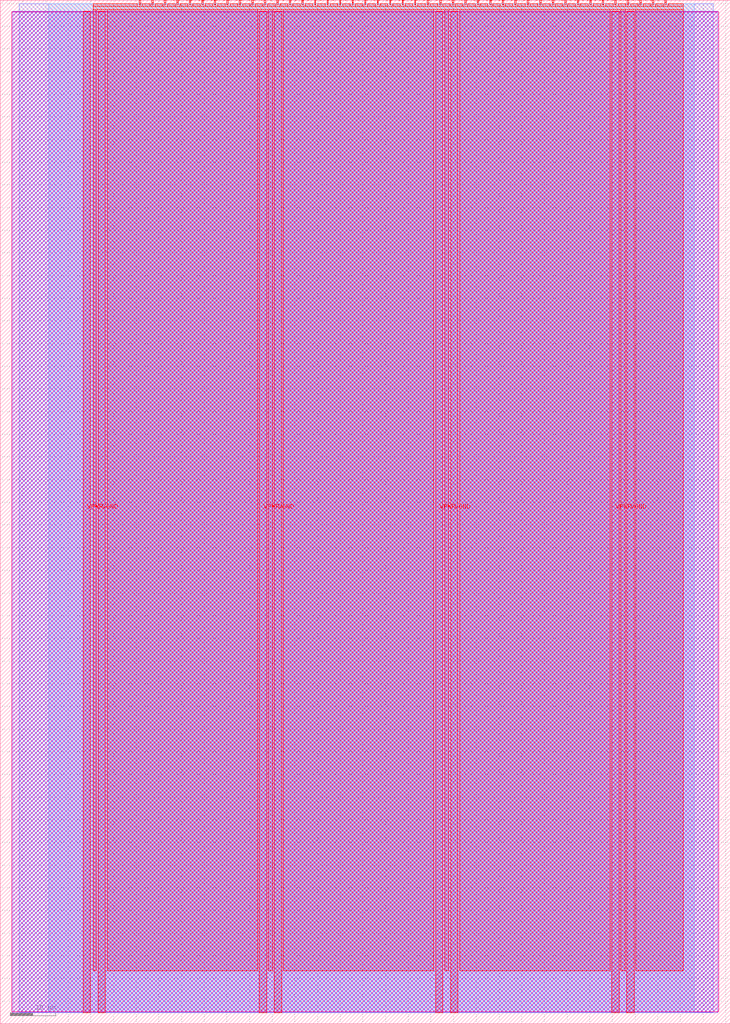
<source format=lef>
VERSION 5.7 ;
  NOWIREEXTENSIONATPIN ON ;
  DIVIDERCHAR "/" ;
  BUSBITCHARS "[]" ;
MACRO tt_um_brainfck_asic
  CLASS BLOCK ;
  FOREIGN tt_um_brainfck_asic ;
  ORIGIN 0.000 0.000 ;
  SIZE 161.000 BY 225.760 ;
  PIN VGND
    DIRECTION INOUT ;
    USE GROUND ;
    PORT
      LAYER met4 ;
        RECT 21.580 2.480 23.180 223.280 ;
    END
    PORT
      LAYER met4 ;
        RECT 60.450 2.480 62.050 223.280 ;
    END
    PORT
      LAYER met4 ;
        RECT 99.320 2.480 100.920 223.280 ;
    END
    PORT
      LAYER met4 ;
        RECT 138.190 2.480 139.790 223.280 ;
    END
  END VGND
  PIN VPWR
    DIRECTION INOUT ;
    USE POWER ;
    PORT
      LAYER met4 ;
        RECT 18.280 2.480 19.880 223.280 ;
    END
    PORT
      LAYER met4 ;
        RECT 57.150 2.480 58.750 223.280 ;
    END
    PORT
      LAYER met4 ;
        RECT 96.020 2.480 97.620 223.280 ;
    END
    PORT
      LAYER met4 ;
        RECT 134.890 2.480 136.490 223.280 ;
    END
  END VPWR
  PIN clk
    DIRECTION INPUT ;
    USE SIGNAL ;
    ANTENNAGATEAREA 0.852000 ;
    PORT
      LAYER met4 ;
        RECT 143.830 224.760 144.130 225.760 ;
    END
  END clk
  PIN ena
    DIRECTION INPUT ;
    USE SIGNAL ;
    PORT
      LAYER met4 ;
        RECT 146.590 224.760 146.890 225.760 ;
    END
  END ena
  PIN rst_n
    DIRECTION INPUT ;
    USE SIGNAL ;
    ANTENNAGATEAREA 0.196500 ;
    PORT
      LAYER met4 ;
        RECT 141.070 224.760 141.370 225.760 ;
    END
  END rst_n
  PIN ui_in[0]
    DIRECTION INPUT ;
    USE SIGNAL ;
    ANTENNAGATEAREA 0.196500 ;
    PORT
      LAYER met4 ;
        RECT 138.310 224.760 138.610 225.760 ;
    END
  END ui_in[0]
  PIN ui_in[1]
    DIRECTION INPUT ;
    USE SIGNAL ;
    ANTENNAGATEAREA 0.213000 ;
    PORT
      LAYER met4 ;
        RECT 135.550 224.760 135.850 225.760 ;
    END
  END ui_in[1]
  PIN ui_in[2]
    DIRECTION INPUT ;
    USE SIGNAL ;
    ANTENNAGATEAREA 0.196500 ;
    PORT
      LAYER met4 ;
        RECT 132.790 224.760 133.090 225.760 ;
    END
  END ui_in[2]
  PIN ui_in[3]
    DIRECTION INPUT ;
    USE SIGNAL ;
    ANTENNAGATEAREA 0.126000 ;
    PORT
      LAYER met4 ;
        RECT 130.030 224.760 130.330 225.760 ;
    END
  END ui_in[3]
  PIN ui_in[4]
    DIRECTION INPUT ;
    USE SIGNAL ;
    ANTENNAGATEAREA 0.196500 ;
    PORT
      LAYER met4 ;
        RECT 127.270 224.760 127.570 225.760 ;
    END
  END ui_in[4]
  PIN ui_in[5]
    DIRECTION INPUT ;
    USE SIGNAL ;
    ANTENNAGATEAREA 0.196500 ;
    PORT
      LAYER met4 ;
        RECT 124.510 224.760 124.810 225.760 ;
    END
  END ui_in[5]
  PIN ui_in[6]
    DIRECTION INPUT ;
    USE SIGNAL ;
    ANTENNAGATEAREA 0.196500 ;
    PORT
      LAYER met4 ;
        RECT 121.750 224.760 122.050 225.760 ;
    END
  END ui_in[6]
  PIN ui_in[7]
    DIRECTION INPUT ;
    USE SIGNAL ;
    ANTENNAGATEAREA 0.196500 ;
    PORT
      LAYER met4 ;
        RECT 118.990 224.760 119.290 225.760 ;
    END
  END ui_in[7]
  PIN uio_in[0]
    DIRECTION INPUT ;
    USE SIGNAL ;
    PORT
      LAYER met4 ;
        RECT 116.230 224.760 116.530 225.760 ;
    END
  END uio_in[0]
  PIN uio_in[1]
    DIRECTION INPUT ;
    USE SIGNAL ;
    PORT
      LAYER met4 ;
        RECT 113.470 224.760 113.770 225.760 ;
    END
  END uio_in[1]
  PIN uio_in[2]
    DIRECTION INPUT ;
    USE SIGNAL ;
    ANTENNAGATEAREA 0.196500 ;
    PORT
      LAYER met4 ;
        RECT 110.710 224.760 111.010 225.760 ;
    END
  END uio_in[2]
  PIN uio_in[3]
    DIRECTION INPUT ;
    USE SIGNAL ;
    PORT
      LAYER met4 ;
        RECT 107.950 224.760 108.250 225.760 ;
    END
  END uio_in[3]
  PIN uio_in[4]
    DIRECTION INPUT ;
    USE SIGNAL ;
    PORT
      LAYER met4 ;
        RECT 105.190 224.760 105.490 225.760 ;
    END
  END uio_in[4]
  PIN uio_in[5]
    DIRECTION INPUT ;
    USE SIGNAL ;
    PORT
      LAYER met4 ;
        RECT 102.430 224.760 102.730 225.760 ;
    END
  END uio_in[5]
  PIN uio_in[6]
    DIRECTION INPUT ;
    USE SIGNAL ;
    PORT
      LAYER met4 ;
        RECT 99.670 224.760 99.970 225.760 ;
    END
  END uio_in[6]
  PIN uio_in[7]
    DIRECTION INPUT ;
    USE SIGNAL ;
    PORT
      LAYER met4 ;
        RECT 96.910 224.760 97.210 225.760 ;
    END
  END uio_in[7]
  PIN uio_oe[0]
    DIRECTION OUTPUT ;
    USE SIGNAL ;
    PORT
      LAYER met4 ;
        RECT 49.990 224.760 50.290 225.760 ;
    END
  END uio_oe[0]
  PIN uio_oe[1]
    DIRECTION OUTPUT ;
    USE SIGNAL ;
    PORT
      LAYER met4 ;
        RECT 47.230 224.760 47.530 225.760 ;
    END
  END uio_oe[1]
  PIN uio_oe[2]
    DIRECTION OUTPUT ;
    USE SIGNAL ;
    PORT
      LAYER met4 ;
        RECT 44.470 224.760 44.770 225.760 ;
    END
  END uio_oe[2]
  PIN uio_oe[3]
    DIRECTION OUTPUT ;
    USE SIGNAL ;
    PORT
      LAYER met4 ;
        RECT 41.710 224.760 42.010 225.760 ;
    END
  END uio_oe[3]
  PIN uio_oe[4]
    DIRECTION OUTPUT ;
    USE SIGNAL ;
    PORT
      LAYER met4 ;
        RECT 38.950 224.760 39.250 225.760 ;
    END
  END uio_oe[4]
  PIN uio_oe[5]
    DIRECTION OUTPUT ;
    USE SIGNAL ;
    PORT
      LAYER met4 ;
        RECT 36.190 224.760 36.490 225.760 ;
    END
  END uio_oe[5]
  PIN uio_oe[6]
    DIRECTION OUTPUT ;
    USE SIGNAL ;
    PORT
      LAYER met4 ;
        RECT 33.430 224.760 33.730 225.760 ;
    END
  END uio_oe[6]
  PIN uio_oe[7]
    DIRECTION OUTPUT ;
    USE SIGNAL ;
    PORT
      LAYER met4 ;
        RECT 30.670 224.760 30.970 225.760 ;
    END
  END uio_oe[7]
  PIN uio_out[0]
    DIRECTION OUTPUT ;
    USE SIGNAL ;
    ANTENNADIFFAREA 0.795200 ;
    PORT
      LAYER met4 ;
        RECT 72.070 224.760 72.370 225.760 ;
    END
  END uio_out[0]
  PIN uio_out[1]
    DIRECTION OUTPUT ;
    USE SIGNAL ;
    ANTENNADIFFAREA 0.795200 ;
    PORT
      LAYER met4 ;
        RECT 69.310 224.760 69.610 225.760 ;
    END
  END uio_out[1]
  PIN uio_out[2]
    DIRECTION OUTPUT ;
    USE SIGNAL ;
    PORT
      LAYER met4 ;
        RECT 66.550 224.760 66.850 225.760 ;
    END
  END uio_out[2]
  PIN uio_out[3]
    DIRECTION OUTPUT ;
    USE SIGNAL ;
    ANTENNADIFFAREA 0.795200 ;
    PORT
      LAYER met4 ;
        RECT 63.790 224.760 64.090 225.760 ;
    END
  END uio_out[3]
  PIN uio_out[4]
    DIRECTION OUTPUT ;
    USE SIGNAL ;
    ANTENNADIFFAREA 0.891000 ;
    PORT
      LAYER met4 ;
        RECT 61.030 224.760 61.330 225.760 ;
    END
  END uio_out[4]
  PIN uio_out[5]
    DIRECTION OUTPUT ;
    USE SIGNAL ;
    ANTENNADIFFAREA 0.891000 ;
    PORT
      LAYER met4 ;
        RECT 58.270 224.760 58.570 225.760 ;
    END
  END uio_out[5]
  PIN uio_out[6]
    DIRECTION OUTPUT ;
    USE SIGNAL ;
    ANTENNADIFFAREA 0.891000 ;
    PORT
      LAYER met4 ;
        RECT 55.510 224.760 55.810 225.760 ;
    END
  END uio_out[6]
  PIN uio_out[7]
    DIRECTION OUTPUT ;
    USE SIGNAL ;
    ANTENNADIFFAREA 0.891000 ;
    PORT
      LAYER met4 ;
        RECT 52.750 224.760 53.050 225.760 ;
    END
  END uio_out[7]
  PIN uo_out[0]
    DIRECTION OUTPUT ;
    USE SIGNAL ;
    ANTENNADIFFAREA 0.445500 ;
    PORT
      LAYER met4 ;
        RECT 94.150 224.760 94.450 225.760 ;
    END
  END uo_out[0]
  PIN uo_out[1]
    DIRECTION OUTPUT ;
    USE SIGNAL ;
    ANTENNADIFFAREA 0.445500 ;
    PORT
      LAYER met4 ;
        RECT 91.390 224.760 91.690 225.760 ;
    END
  END uo_out[1]
  PIN uo_out[2]
    DIRECTION OUTPUT ;
    USE SIGNAL ;
    ANTENNADIFFAREA 0.445500 ;
    PORT
      LAYER met4 ;
        RECT 88.630 224.760 88.930 225.760 ;
    END
  END uo_out[2]
  PIN uo_out[3]
    DIRECTION OUTPUT ;
    USE SIGNAL ;
    ANTENNADIFFAREA 0.445500 ;
    PORT
      LAYER met4 ;
        RECT 85.870 224.760 86.170 225.760 ;
    END
  END uo_out[3]
  PIN uo_out[4]
    DIRECTION OUTPUT ;
    USE SIGNAL ;
    ANTENNADIFFAREA 0.891000 ;
    PORT
      LAYER met4 ;
        RECT 83.110 224.760 83.410 225.760 ;
    END
  END uo_out[4]
  PIN uo_out[5]
    DIRECTION OUTPUT ;
    USE SIGNAL ;
    ANTENNADIFFAREA 0.891000 ;
    PORT
      LAYER met4 ;
        RECT 80.350 224.760 80.650 225.760 ;
    END
  END uo_out[5]
  PIN uo_out[6]
    DIRECTION OUTPUT ;
    USE SIGNAL ;
    ANTENNADIFFAREA 0.891000 ;
    PORT
      LAYER met4 ;
        RECT 77.590 224.760 77.890 225.760 ;
    END
  END uo_out[6]
  PIN uo_out[7]
    DIRECTION OUTPUT ;
    USE SIGNAL ;
    ANTENNADIFFAREA 0.891000 ;
    PORT
      LAYER met4 ;
        RECT 74.830 224.760 75.130 225.760 ;
    END
  END uo_out[7]
  OBS
      LAYER nwell ;
        RECT 2.570 2.635 158.430 223.230 ;
      LAYER li1 ;
        RECT 2.760 2.635 158.240 223.125 ;
      LAYER met1 ;
        RECT 2.760 2.480 158.240 223.280 ;
      LAYER met2 ;
        RECT 4.240 2.535 157.220 224.925 ;
      LAYER met3 ;
        RECT 10.645 2.555 153.115 224.905 ;
      LAYER met4 ;
        RECT 20.535 224.360 30.270 224.905 ;
        RECT 31.370 224.360 33.030 224.905 ;
        RECT 34.130 224.360 35.790 224.905 ;
        RECT 36.890 224.360 38.550 224.905 ;
        RECT 39.650 224.360 41.310 224.905 ;
        RECT 42.410 224.360 44.070 224.905 ;
        RECT 45.170 224.360 46.830 224.905 ;
        RECT 47.930 224.360 49.590 224.905 ;
        RECT 50.690 224.360 52.350 224.905 ;
        RECT 53.450 224.360 55.110 224.905 ;
        RECT 56.210 224.360 57.870 224.905 ;
        RECT 58.970 224.360 60.630 224.905 ;
        RECT 61.730 224.360 63.390 224.905 ;
        RECT 64.490 224.360 66.150 224.905 ;
        RECT 67.250 224.360 68.910 224.905 ;
        RECT 70.010 224.360 71.670 224.905 ;
        RECT 72.770 224.360 74.430 224.905 ;
        RECT 75.530 224.360 77.190 224.905 ;
        RECT 78.290 224.360 79.950 224.905 ;
        RECT 81.050 224.360 82.710 224.905 ;
        RECT 83.810 224.360 85.470 224.905 ;
        RECT 86.570 224.360 88.230 224.905 ;
        RECT 89.330 224.360 90.990 224.905 ;
        RECT 92.090 224.360 93.750 224.905 ;
        RECT 94.850 224.360 96.510 224.905 ;
        RECT 97.610 224.360 99.270 224.905 ;
        RECT 100.370 224.360 102.030 224.905 ;
        RECT 103.130 224.360 104.790 224.905 ;
        RECT 105.890 224.360 107.550 224.905 ;
        RECT 108.650 224.360 110.310 224.905 ;
        RECT 111.410 224.360 113.070 224.905 ;
        RECT 114.170 224.360 115.830 224.905 ;
        RECT 116.930 224.360 118.590 224.905 ;
        RECT 119.690 224.360 121.350 224.905 ;
        RECT 122.450 224.360 124.110 224.905 ;
        RECT 125.210 224.360 126.870 224.905 ;
        RECT 127.970 224.360 129.630 224.905 ;
        RECT 130.730 224.360 132.390 224.905 ;
        RECT 133.490 224.360 135.150 224.905 ;
        RECT 136.250 224.360 137.910 224.905 ;
        RECT 139.010 224.360 140.670 224.905 ;
        RECT 141.770 224.360 143.430 224.905 ;
        RECT 144.530 224.360 146.190 224.905 ;
        RECT 147.290 224.360 150.585 224.905 ;
        RECT 20.535 223.680 150.585 224.360 ;
        RECT 20.535 11.735 21.180 223.680 ;
        RECT 23.580 11.735 56.750 223.680 ;
        RECT 59.150 11.735 60.050 223.680 ;
        RECT 62.450 11.735 95.620 223.680 ;
        RECT 98.020 11.735 98.920 223.680 ;
        RECT 101.320 11.735 134.490 223.680 ;
        RECT 136.890 11.735 137.790 223.680 ;
        RECT 140.190 11.735 150.585 223.680 ;
  END
END tt_um_brainfck_asic
END LIBRARY


</source>
